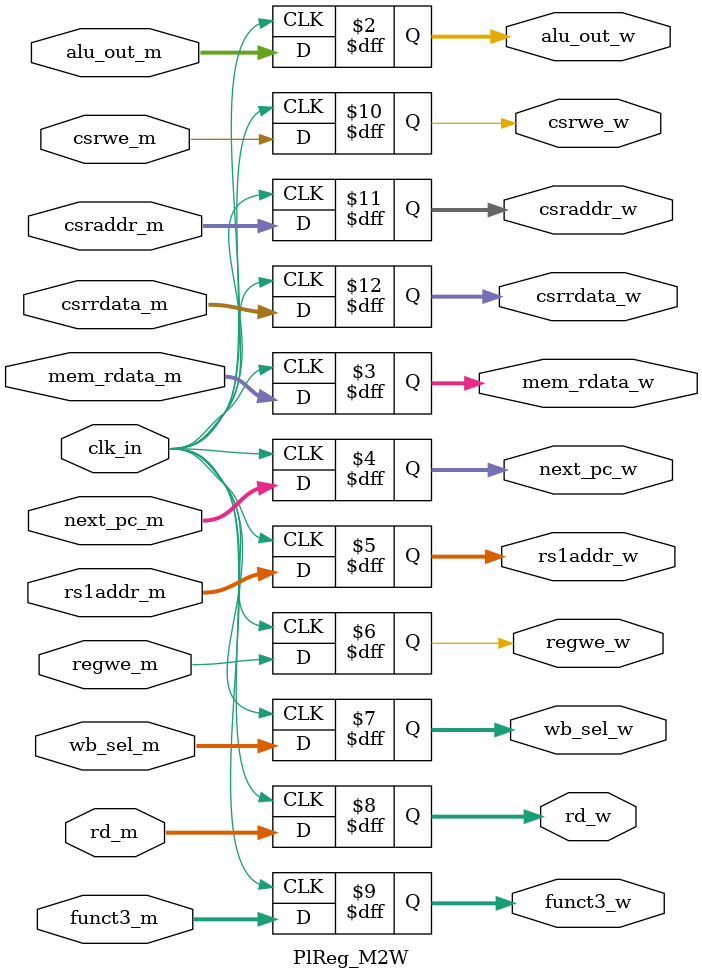
<source format=sv>

module PlReg_M2W (
  input  logic  [0:0] clk_in,
  input  logic [31:0] alu_out_m,
  input  logic [31:0] mem_rdata_m,
  input  logic [31:0] next_pc_m,
  input  logic  [4:0] rs1addr_m,
  input  logic  [0:0] regwe_m,
  input  logic  [1:0] wb_sel_m,
  input  logic  [4:0] rd_m,
  input  logic  [2:0] funct3_m,
  input  logic  [0:0] csrwe_m,
  input  logic [11:0] csraddr_m,
  input  logic [31:0] csrrdata_m,
  output logic [31:0] alu_out_w,
  output logic [31:0] mem_rdata_w,
  output logic [31:0] next_pc_w,
  output logic  [4:0] rs1addr_w,
  output logic  [0:0] regwe_w,
  output logic  [1:0] wb_sel_w,
  output logic  [4:0] rd_w,
  output logic  [2:0] funct3_w,
  output logic  [0:0] csrwe_w,
  output logic [11:0] csraddr_w,
  output logic [31:0] csrrdata_w
  );

  always_ff @( posedge clk_in ) begin
    alu_out_w  <= alu_out_m;
    next_pc_w  <= next_pc_m;
    rs1addr_w  <= rs1addr_m;
    regwe_w    <= regwe_m;
    wb_sel_w   <= wb_sel_m;
    rd_w       <= rd_m;
    funct3_w   <= funct3_m;
    csrwe_w    <= csrwe_m;
    csraddr_w  <= csraddr_m;
    csrrdata_w <= csrrdata_m;

    mem_rdata_w <= mem_rdata_m;
  end

endmodule

</source>
